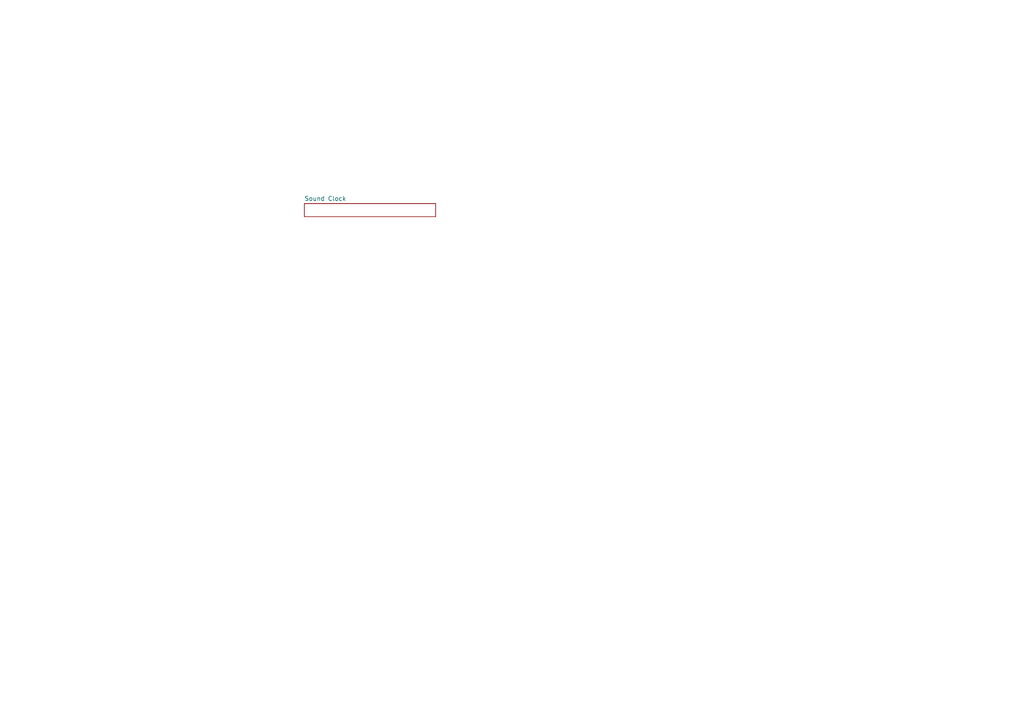
<source format=kicad_sch>
(kicad_sch (version 20230121) (generator eeschema)
  (paper "A4")
  (lib_symbols)
  (sheet (at 88.265 59.055) (size 38.1 3.81) (stroke (width 0.1524))
    (property "Sheetname" "Sound Clock" (at 88.265 58.3434 0) (effects (justify left bottom)))
    (property "Sheetfile" "Sound Clock.kicad_sch" (effects hide))
  )
)
</source>
